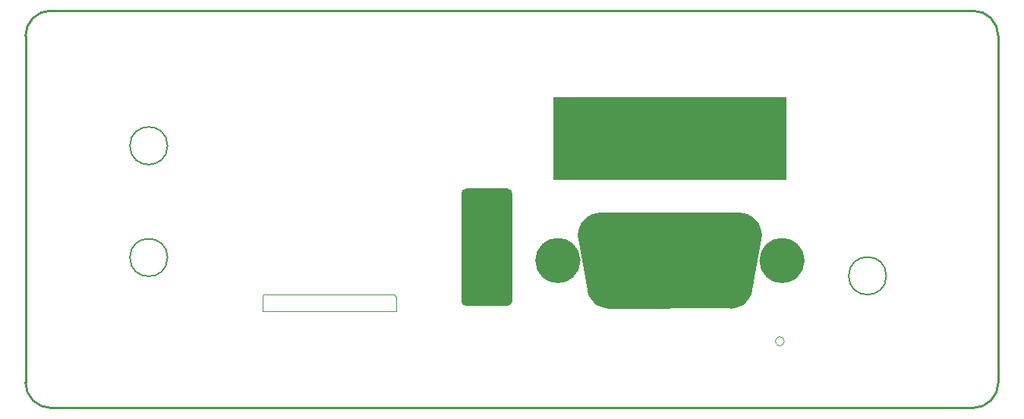
<source format=gbr>
%TF.GenerationSoftware,KiCad,Pcbnew,9.0.0*%
%TF.CreationDate,2025-03-14T14:53:35-04:00*%
%TF.ProjectId,MiniCamel_FrontPlate,4d696e69-4361-46d6-956c-5f46726f6e74,rev?*%
%TF.SameCoordinates,Original*%
%TF.FileFunction,Profile,NP*%
%FSLAX46Y46*%
G04 Gerber Fmt 4.6, Leading zero omitted, Abs format (unit mm)*
G04 Created by KiCad (PCBNEW 9.0.0) date 2025-03-14 14:53:35*
%MOMM*%
%LPD*%
G01*
G04 APERTURE LIST*
%TA.AperFunction,Profile*%
%ADD10C,0.200000*%
%TD*%
%TA.AperFunction,Profile*%
%ADD11C,0.050000*%
%TD*%
%TA.AperFunction,Profile*%
%ADD12C,0.254000*%
%TD*%
%TA.AperFunction,Profile*%
%ADD13C,0.000000*%
%TD*%
%TA.AperFunction,Profile*%
%ADD14C,2.499990*%
%TD*%
%TA.AperFunction,Profile*%
%ADD15C,0.100000*%
%TD*%
G04 APERTURE END LIST*
D10*
X173620000Y-97780000D02*
G75*
G02*
X169420000Y-97780000I-2100000J0D01*
G01*
X169420000Y-97780000D02*
G75*
G02*
X173620000Y-97780000I2100000J0D01*
G01*
D11*
X162240000Y-105080000D02*
G75*
G02*
X161240000Y-105080000I-500000J0D01*
G01*
X161240000Y-105080000D02*
G75*
G02*
X162240000Y-105080000I500000J0D01*
G01*
D10*
X93450000Y-83270000D02*
G75*
G02*
X89250000Y-83270000I-2100000J0D01*
G01*
X89250000Y-83270000D02*
G75*
G02*
X93450000Y-83270000I2100000J0D01*
G01*
X93450000Y-95740000D02*
G75*
G02*
X89250000Y-95740000I-2100000J0D01*
G01*
X89250000Y-95740000D02*
G75*
G02*
X93450000Y-95740000I2100000J0D01*
G01*
D12*
%TO.C,REF\u002A\u002A*%
X77610000Y-71019172D02*
X77610000Y-106997724D01*
X77610000Y-109683095D02*
X77610000Y-106997724D01*
X183300828Y-68210000D02*
X80419172Y-68210000D01*
X183300828Y-112510000D02*
X80436905Y-112510000D01*
X186110000Y-106997771D02*
X186110000Y-71019172D01*
X186110000Y-109700828D02*
X186110000Y-106997771D01*
X77610000Y-71019172D02*
G75*
G02*
X80419172Y-68210000I2809181J-9D01*
G01*
X80436905Y-112510000D02*
G75*
G02*
X77610000Y-109683095I-4J2826901D01*
G01*
X183300828Y-68210000D02*
G75*
G02*
X186110000Y-71019172I-28J-2809200D01*
G01*
X186110000Y-109700828D02*
G75*
G02*
X183300828Y-112510000I-2809200J28D01*
G01*
D13*
%TA.AperFunction,Profile*%
G36*
X131360000Y-88050492D02*
G01*
X131360000Y-88050492D01*
G75*
G02*
X131919017Y-88609509I0J-559008D01*
G01*
X131919017Y-100590491D01*
G75*
G02*
X131360000Y-101149509I-559017J-9D01*
G01*
X126760000Y-101149509D01*
G75*
G02*
X126200983Y-100590492I0J559009D01*
G01*
X126200983Y-88609509D01*
G75*
G02*
X126760000Y-88050492I559017J9D01*
G01*
X131360000Y-88050492D01*
G37*
%TD.AperFunction*%
D14*
X138234225Y-96079240D02*
G75*
G02*
X135734235Y-96079240I-1249995J0D01*
G01*
X135734235Y-96079240D02*
G75*
G02*
X138234225Y-96079240I1249995J0D01*
G01*
X163234175Y-96079240D02*
G75*
G02*
X160734185Y-96079240I-1249995J0D01*
G01*
X160734185Y-96079240D02*
G75*
G02*
X163234175Y-96079240I1249995J0D01*
G01*
D13*
%TA.AperFunction,Profile*%
G36*
X157707330Y-90764800D02*
G01*
X157708350Y-90765310D01*
X157709360Y-90765050D01*
X158182570Y-90908560D01*
X158183330Y-90909320D01*
X158184600Y-90909320D01*
X158620460Y-91142500D01*
X158621220Y-91143260D01*
X158622240Y-91143770D01*
X159004510Y-91457200D01*
X159005020Y-91458220D01*
X159006030Y-91458730D01*
X159319720Y-91841000D01*
X159319980Y-91842010D01*
X159320740Y-91842770D01*
X159553910Y-92278890D01*
X159554170Y-92279910D01*
X159554670Y-92280920D01*
X159698180Y-92753870D01*
X159698180Y-92755140D01*
X159698690Y-92756160D01*
X159747210Y-93248160D01*
X159746950Y-93249170D01*
X159747210Y-93250190D01*
X159704790Y-93679960D01*
X159704790Y-93680210D01*
X159704790Y-93680460D01*
X159702760Y-93683770D01*
X159700980Y-93687320D01*
X159700720Y-93687320D01*
X159700470Y-93687580D01*
X159695900Y-93691130D01*
X158704030Y-99347710D01*
X158698690Y-99402320D01*
X158698190Y-99403080D01*
X158698190Y-99404350D01*
X158554680Y-99877560D01*
X158553910Y-99878320D01*
X158553910Y-99879330D01*
X158320740Y-100315450D01*
X158319980Y-100316210D01*
X158319730Y-100317230D01*
X158006040Y-100699500D01*
X158005020Y-100700010D01*
X158004510Y-100701020D01*
X157622240Y-101014710D01*
X157621230Y-101014970D01*
X157620460Y-101015730D01*
X157184600Y-101248900D01*
X157183330Y-101248900D01*
X157182570Y-101249660D01*
X156709370Y-101393170D01*
X156708350Y-101393170D01*
X156707330Y-101393680D01*
X156227270Y-101440930D01*
X156227020Y-101440670D01*
X156226770Y-101440930D01*
X156223210Y-101439660D01*
X156219400Y-101438390D01*
X156219400Y-101438130D01*
X156219150Y-101438130D01*
X156210000Y-101430000D01*
X142754350Y-101442200D01*
X142753590Y-101441940D01*
X142753080Y-101441940D01*
X142261080Y-101393680D01*
X142260070Y-101393170D01*
X142259050Y-101393170D01*
X141785850Y-101249660D01*
X141785090Y-101248900D01*
X141784070Y-101248900D01*
X141347950Y-101015730D01*
X141347190Y-101014970D01*
X141346180Y-101014710D01*
X140963910Y-100701020D01*
X140963400Y-100700010D01*
X140962380Y-100699500D01*
X140648690Y-100317230D01*
X140648440Y-100316210D01*
X140647680Y-100315450D01*
X140414500Y-99879330D01*
X140414500Y-99878320D01*
X140413740Y-99877560D01*
X140291310Y-99473700D01*
X140291310Y-99472930D01*
X140290810Y-99472170D01*
X140271760Y-99346950D01*
X139264390Y-93688080D01*
X139264650Y-93687830D01*
X139264390Y-93687320D01*
X139221210Y-93250190D01*
X139221720Y-93249170D01*
X139221210Y-93248160D01*
X139269730Y-92756160D01*
X139270230Y-92755140D01*
X139270230Y-92753870D01*
X139413740Y-92280920D01*
X139414510Y-92279910D01*
X139414510Y-92278890D01*
X139647680Y-91842770D01*
X139648440Y-91842010D01*
X139648690Y-91841000D01*
X139962380Y-91458730D01*
X139963400Y-91458220D01*
X139963910Y-91457200D01*
X140346180Y-91143770D01*
X140347190Y-91143260D01*
X140347960Y-91142500D01*
X140783820Y-90909320D01*
X140785090Y-90909320D01*
X140785850Y-90908560D01*
X141259050Y-90765050D01*
X141260070Y-90765310D01*
X141261090Y-90764800D01*
X141741150Y-90717300D01*
X141741400Y-90717550D01*
X141741650Y-90717300D01*
X141745210Y-90718570D01*
X141749020Y-90719840D01*
X141749270Y-90720090D01*
X141749530Y-90720090D01*
X141758420Y-90728220D01*
X157214320Y-90716280D01*
X157214830Y-90716280D01*
X157215330Y-90716280D01*
X157707330Y-90764800D01*
G37*
%TD.AperFunction*%
%TA.AperFunction,Profile*%
G36*
X162445001Y-87080000D02*
G01*
X136474999Y-87080000D01*
X136474999Y-77880000D01*
X162445001Y-77880000D01*
X162445001Y-87080000D01*
G37*
%TD.AperFunction*%
D15*
X104090000Y-100133000D02*
X104090000Y-101743000D01*
X104090000Y-101743000D02*
X118920000Y-101743000D01*
X118649081Y-99863919D02*
X104360000Y-99863000D01*
X118920000Y-101743000D02*
X118919081Y-100133919D01*
X104090000Y-100133000D02*
G75*
G02*
X104360000Y-99863000I270000J0D01*
G01*
X118649081Y-99863919D02*
G75*
G02*
X118919081Y-100133919I1J-269999D01*
G01*
%TD*%
M02*

</source>
